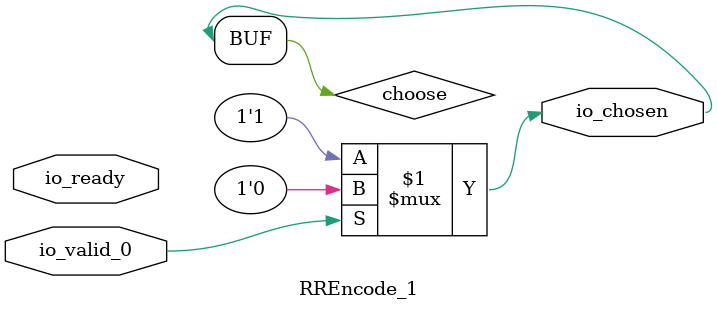
<source format=v>
module RREncode_1(
    input  io_valid_0,
    output io_chosen,
    input  io_ready);
  wire choose;
  assign io_chosen = choose;
  assign choose = io_valid_0 ? 1'h0 : 1'h1;
endmodule
</source>
